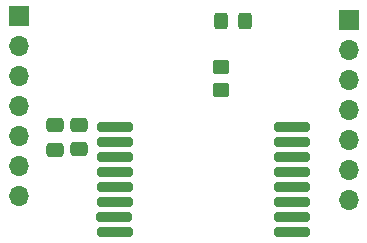
<source format=gbr>
%TF.GenerationSoftware,KiCad,Pcbnew,6.0.5-a6ca702e91~116~ubuntu20.04.1*%
%TF.CreationDate,2022-05-07T22:14:54-05:00*%
%TF.ProjectId,Ebyte_E28-2G4M27S_2_4GHz_LoRa_v001,45627974-655f-4453-9238-2d3247344d32,rev?*%
%TF.SameCoordinates,Original*%
%TF.FileFunction,Soldermask,Top*%
%TF.FilePolarity,Negative*%
%FSLAX46Y46*%
G04 Gerber Fmt 4.6, Leading zero omitted, Abs format (unit mm)*
G04 Created by KiCad (PCBNEW 6.0.5-a6ca702e91~116~ubuntu20.04.1) date 2022-05-07 22:14:54*
%MOMM*%
%LPD*%
G01*
G04 APERTURE LIST*
G04 Aperture macros list*
%AMRoundRect*
0 Rectangle with rounded corners*
0 $1 Rounding radius*
0 $2 $3 $4 $5 $6 $7 $8 $9 X,Y pos of 4 corners*
0 Add a 4 corners polygon primitive as box body*
4,1,4,$2,$3,$4,$5,$6,$7,$8,$9,$2,$3,0*
0 Add four circle primitives for the rounded corners*
1,1,$1+$1,$2,$3*
1,1,$1+$1,$4,$5*
1,1,$1+$1,$6,$7*
1,1,$1+$1,$8,$9*
0 Add four rect primitives between the rounded corners*
20,1,$1+$1,$2,$3,$4,$5,0*
20,1,$1+$1,$4,$5,$6,$7,0*
20,1,$1+$1,$6,$7,$8,$9,0*
20,1,$1+$1,$8,$9,$2,$3,0*%
G04 Aperture macros list end*
%ADD10RoundRect,0.200000X-1.300000X-0.200000X1.300000X-0.200000X1.300000X0.200000X-1.300000X0.200000X0*%
%ADD11RoundRect,0.250000X-0.475000X0.337500X-0.475000X-0.337500X0.475000X-0.337500X0.475000X0.337500X0*%
%ADD12R,1.700000X1.700000*%
%ADD13O,1.700000X1.700000*%
%ADD14RoundRect,0.250000X0.450000X-0.350000X0.450000X0.350000X-0.450000X0.350000X-0.450000X-0.350000X0*%
%ADD15RoundRect,0.250000X0.325000X0.450000X-0.325000X0.450000X-0.325000X-0.450000X0.325000X-0.450000X0*%
G04 APERTURE END LIST*
D10*
%TO.C,U1*%
X147809470Y-87740000D03*
X147809470Y-89010000D03*
X147809470Y-90280000D03*
X147809470Y-91550000D03*
X147809470Y-92820000D03*
X147809470Y-94090000D03*
X147790531Y-95347679D03*
X147809470Y-96630000D03*
X162809470Y-96630000D03*
X162790531Y-95347679D03*
X162809470Y-94090000D03*
X162809470Y-92820000D03*
X162809470Y-91550000D03*
X162809470Y-90280000D03*
X162809470Y-89010000D03*
X162809470Y-87740000D03*
%TD*%
D11*
%TO.C,C1*%
X144800000Y-87500000D03*
X144800000Y-89575000D03*
%TD*%
%TO.C,C2*%
X142800000Y-87562500D03*
X142800000Y-89637500D03*
%TD*%
D12*
%TO.C,J1*%
X139700000Y-78300000D03*
D13*
X139700000Y-80840000D03*
X139700000Y-83380000D03*
X139700000Y-85920000D03*
X139700000Y-88460000D03*
X139700000Y-91000000D03*
X139700000Y-93540000D03*
%TD*%
D12*
%TO.C,J2*%
X167640000Y-78600000D03*
D13*
X167640000Y-81140000D03*
X167640000Y-83680000D03*
X167640000Y-86220000D03*
X167640000Y-88760000D03*
X167640000Y-91300000D03*
X167640000Y-93840000D03*
%TD*%
D14*
%TO.C,R1*%
X156800000Y-84600000D03*
X156800000Y-82600000D03*
%TD*%
D15*
%TO.C,D1*%
X158850000Y-78700000D03*
X156800000Y-78700000D03*
%TD*%
M02*

</source>
